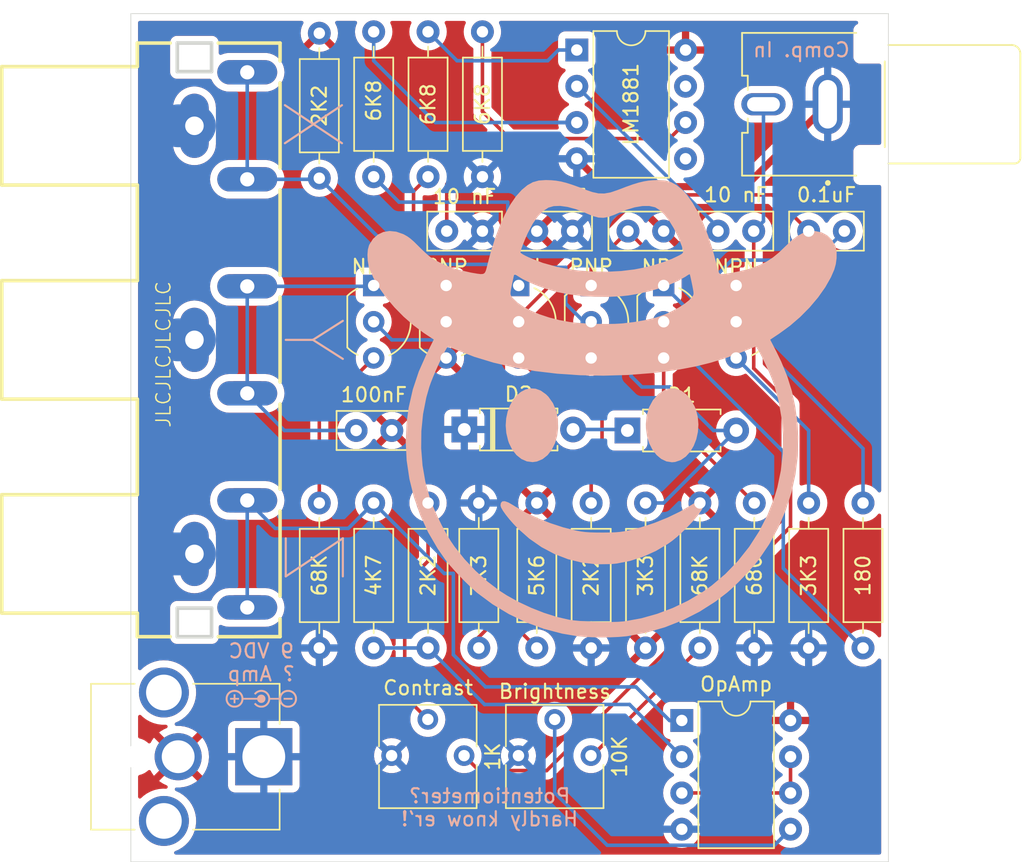
<source format=kicad_pcb>
(kicad_pcb (version 20210228) (generator pcbnew)
  (layers (0 "F.Cu" signal) (31 "B.Cu" signal) (34 "B.Paste" user) (35 "F.Paste" user) (36 "B.SilkS" user "B.Silkscreen") (37 "F.SilkS" user "F.Silkscreen") (38 "B.Mask" user) (39 "F.Mask" user) (44 "Edge.Cuts" user))
  (net 0 "")
  (net 1 "Net-(C1-Pad2)")
  (net 2 "GND")
  (net 3 "Net-(C2-Pad2)")
  (net 4 "Net-(C2-Pad1)")
  (net 5 "VCC")
  (net 6 "Net-(C4-Pad2)")
  (net 7 "Net-(C5-Pad2)")
  (net 8 "Net-(C6-Pad2)")
  (net 9 "Net-(C6-Pad1)")
  (net 10 "Net-(Contrast1-Pad2)")
  (net 11 "Net-(D1-Pad2)")
  (net 12 "Net-(D1-Pad1)")
  (net 13 "Net-(Q1-Pad2)")
  (net 14 "Net-(Q2-Pad3)")
  (net 15 "Net-(Q3-Pad2)")
  (net 16 "Net-(Q4-Pad3)")
  (net 17 "Net-(Q5-Pad2)")
  (net 18 "Net-(Q6-Pad3)")
  (net 19 "Net-(R1-Pad2)")
  (net 20 "Net-(R3-Pad1)")
  (net 21 "Net-(R5-Pad2)")
  (net 22 "Net-(R6-Pad2)")
  (net 23 "Net-(BRIGHT1-Pad2)")
  (net 24 "Net-(U1-Pad3)")
  (net 25 "Net-(J3-Pad2)")
  (net 26 "Net-(J3-Pad8)")
  (footprint "Capacitor_THT:C_Disc_D5.0mm_W2.5mm_P2.50mm" (layer "F.Cu") (at 143.51 33.02 180)
    (fp_text reference "C1")
    (fp_text value "10 nF" (at 1.25 2.413) (layer "F.SilkS"))
    (pad "1" thru_hole circle (at 0 0 180) (size 1.6 1.6) (drill 0.8) (layers *.Cu *.Mask) (net 2 "GND"))
    (pad "2" thru_hole circle (at 2.5 0 180) (size 1.6 1.6) (drill 0.8) (layers *.Cu *.Mask) (net 1 "Net-(C1-Pad2)"))
  )
  (footprint "Capacitor_THT:C_Disc_D5.0mm_W2.5mm_P2.50mm" (layer "F.Cu") (at 160.02 33.02)
    (fp_text reference "C2")
    (fp_text value "10 nF" (at 1.25 -2.54) (layer "F.SilkS"))
    (pad "1" thru_hole circle (at 0 0) (size 1.6 1.6) (drill 0.8) (layers *.Cu *.Mask) (net 4 "Net-(C2-Pad1)"))
    (pad "2" thru_hole circle (at 2.5 0) (size 1.6 1.6) (drill 0.8) (layers *.Cu *.Mask) (net 3 "Net-(C2-Pad2)"))
  )
  (footprint "Capacitor_THT:C_Disc_D5.0mm_W2.5mm_P2.50mm" (layer "F.Cu") (at 147.32 33.02)
    (fp_text reference "C3")
    (fp_text value "10 uF" (at 1.25 -2.413) (layer "F.SilkS"))
    (pad "1" thru_hole circle (at 0 0) (size 1.6 1.6) (drill 0.8) (layers *.Cu *.Mask) (net 5 "VCC"))
    (pad "2" thru_hole circle (at 2.5 0) (size 1.6 1.6) (drill 0.8) (layers *.Cu *.Mask) (net 2 "GND"))
  )
  (footprint "Capacitor_THT:C_Disc_D5.0mm_W2.5mm_P2.50mm" (layer "F.Cu") (at 137.16 46.99 180)
    (fp_text reference "C4")
    (fp_text value "100nF" (at 1.25 2.5) (layer "F.SilkS"))
    (pad "1" thru_hole circle (at 0 0 180) (size 1.6 1.6) (drill 0.8) (layers *.Cu *.Mask) (net 5 "VCC"))
    (pad "2" thru_hole circle (at 2.5 0 180) (size 1.6 1.6) (drill 0.8) (layers *.Cu *.Mask) (net 6 "Net-(C4-Pad2)"))
  )
  (footprint "Capacitor_THT:C_Disc_D5.0mm_W2.5mm_P2.50mm" (layer "F.Cu") (at 156.21 33.02 180)
    (fp_text reference "C5")
    (fp_text value "22nF" (at 1.25 2.413) (layer "F.SilkS"))
    (pad "1" thru_hole circle (at 0 0 180) (size 1.6 1.6) (drill 0.8) (layers *.Cu *.Mask) (net 5 "VCC"))
    (pad "2" thru_hole circle (at 2.5 0 180) (size 1.6 1.6) (drill 0.8) (layers *.Cu *.Mask) (net 7 "Net-(C5-Pad2)"))
  )
  (footprint "Capacitor_THT:C_Disc_D5.0mm_W2.5mm_P2.50mm" (layer "F.Cu") (at 166.37 33.02)
    (fp_text reference "C6")
    (fp_text value "0.1uF" (at 1.25 -2.54) (layer "F.SilkS"))
    (pad "1" thru_hole circle (at 0 0) (size 1.6 1.6) (drill 0.8) (layers *.Cu *.Mask) (net 9 "Net-(C6-Pad1)"))
    (pad "2" thru_hole circle (at 2.5 0) (size 1.6 1.6) (drill 0.8) (layers *.Cu *.Mask) (net 8 "Net-(C6-Pad2)"))
  )
  (footprint "Potentiometer_THT:Potentiometer_Vishay_T73YP_Vertical" (layer "F.Cu") (at 142.225 69.775 90)
    (fp_text reference "Contrast" (at 4.751 -2.525 180) (layer "F.SilkS"))
    (fp_text value "1K" (at -0.06 2.01 90) (layer "F.SilkS"))
    (pad "1" thru_hole circle (at 0 0 90) (size 1.44 1.44) (drill 0.8) (layers *.Cu *.Mask) (net 3 "Net-(C2-Pad2)"))
    (pad "2" thru_hole circle (at 2.54 -2.54 90) (size 1.44 1.44) (drill 0.8) (layers *.Cu *.Mask) (net 10 "Net-(Contrast1-Pad2)"))
    (pad "3" thru_hole circle (at 0 -5.08 90) (size 1.44 1.44) (drill 0.8) (layers *.Cu *.Mask) (net 2 "GND"))
  )
  (footprint "Diode_THT:D_A-405_P7.62mm_Horizontal" (layer "F.Cu") (at 153.67 46.99)
    (fp_text reference "D1" (at 3.81 -2.47) (layer "F.SilkS"))
    (fp_text value "D")
    (pad "1" thru_hole rect (at 0 0) (size 1.8 1.8) (drill 0.9) (layers *.Cu *.Mask) (net 12 "Net-(D1-Pad1)"))
    (pad "2" thru_hole oval (at 7.62 0) (size 1.8 1.8) (drill 0.9) (layers *.Cu *.Mask) (net 11 "Net-(D1-Pad2)"))
  )
  (footprint "Diode_THT:D_A-405_P7.62mm_Horizontal" (layer "F.Cu") (at 142.24 46.92)
    (fp_text reference "D2" (at 3.81 -2.47) (layer "F.SilkS"))
    (fp_text value "D")
    (pad "1" thru_hole rect (at 0 0) (size 1.8 1.8) (drill 0.9) (layers *.Cu *.Mask) (net 2 "GND"))
    (pad "2" thru_hole oval (at 7.62 0) (size 1.8 1.8) (drill 0.9) (layers *.Cu *.Mask) (net 12 "Net-(D1-Pad1)"))
  )
  (footprint "Package_TO_SOT_THT:TO-92_Inline_Wide" (layer "F.Cu") (at 140.97 36.83 -90)
    (fp_text reference "Q1")
    (fp_text value "PNP" (at -1.3208 0 180) (layer "F.SilkS"))
    (pad "1" thru_hole rect (at 0 0 270) (size 1.5 1.5) (drill 0.8) (layers *.Cu *.Mask) (net 6 "Net-(C4-Pad2)"))
    (pad "2" thru_hole circle (at 2.54 0 270) (size 1.5 1.5) (drill 0.8) (layers *.Cu *.Mask) (net 13 "Net-(Q1-Pad2)"))
    (pad "3" thru_hole circle (at 5.08 0 270) (size 1.5 1.5) (drill 0.8) (layers *.Cu *.Mask) (net 5 "VCC"))
  )
  (footprint "Package_TO_SOT_THT:TO-92_Inline_Wide" (layer "F.Cu") (at 135.89 36.83 -90)
    (fp_text reference "Q2")
    (fp_text value "NPN" (at -1.3208 0 180) (layer "F.SilkS"))
    (pad "1" thru_hole rect (at 0 0 270) (size 1.5 1.5) (drill 0.8) (layers *.Cu *.Mask) (net 6 "Net-(C4-Pad2)"))
    (pad "2" thru_hole circle (at 2.54 0 270) (size 1.5 1.5) (drill 0.8) (layers *.Cu *.Mask) (net 11 "Net-(D1-Pad2)"))
    (pad "3" thru_hole circle (at 5.08 0 270) (size 1.5 1.5) (drill 0.8) (layers *.Cu *.Mask) (net 14 "Net-(Q2-Pad3)"))
  )
  (footprint "Package_TO_SOT_THT:TO-92_Inline_Wide" (layer "F.Cu") (at 151.13 36.83 -90)
    (fp_text reference "Q3")
    (fp_text value "PNP" (at -1.3208 0 180) (layer "F.SilkS"))
    (pad "1" thru_hole rect (at 0 0 270) (size 1.5 1.5) (drill 0.8) (layers *.Cu *.Mask) (net 7 "Net-(C5-Pad2)"))
    (pad "2" thru_hole circle (at 2.54 0 270) (size 1.5 1.5) (drill 0.8) (layers *.Cu *.Mask) (net 15 "Net-(Q3-Pad2)"))
    (pad "3" thru_hole circle (at 5.08 0 270) (size 1.5 1.5) (drill 0.8) (layers *.Cu *.Mask) (net 5 "VCC"))
  )
  (footprint "Package_TO_SOT_THT:TO-92_Inline_Wide" (layer "F.Cu") (at 156.21 36.83 -90)
    (fp_text reference "Q4")
    (fp_text value "NPN" (at -1.2954 0 180) (layer "F.SilkS"))
    (pad "1" thru_hole rect (at 0 0 270) (size 1.5 1.5) (drill 0.8) (layers *.Cu *.Mask) (net 7 "Net-(C5-Pad2)"))
    (pad "2" thru_hole circle (at 2.54 0 270) (size 1.5 1.5) (drill 0.8) (layers *.Cu *.Mask) (net 11 "Net-(D1-Pad2)"))
    (pad "3" thru_hole circle (at 5.08 0 270) (size 1.5 1.5) (drill 0.8) (layers *.Cu *.Mask) (net 16 "Net-(Q4-Pad3)"))
  )
  (footprint "Package_TO_SOT_THT:TO-92_Inline_Wide" (layer "F.Cu") (at 161.29 36.83 -90)
    (fp_text reference "Q5")
    (fp_text value "NPN" (at -1.2954 0 180) (layer "F.SilkS"))
    (pad "1" thru_hole rect (at 0 0 270) (size 1.5 1.5) (drill 0.8) (layers *.Cu *.Mask) (net 5 "VCC"))
    (pad "2" thru_hole circle (at 2.54 0 270) (size 1.5 1.5) (drill 0.8) (layers *.Cu *.Mask) (net 17 "Net-(Q5-Pad2)"))
    (pad "3" thru_hole circle (at 5.08 0 270) (size 1.5 1.5) (drill 0.8) (layers *.Cu *.Mask) (net 8 "Net-(C6-Pad2)"))
  )
  (footprint "Package_TO_SOT_THT:TO-92_Inline_Wide" (layer "F.Cu") (at 146.05 36.83 -90)
    (fp_text reference "Q6")
    (fp_text value "NPN" (at -1.3208 0 180) (layer "F.SilkS"))
    (pad "1" thru_hole rect (at 0 0 270) (size 1.5 1.5) (drill 0.8) (layers *.Cu *.Mask) (net 26 "Net-(J3-Pad8)"))
    (pad "2" thru_hole circle (at 2.54 0 270) (size 1.5 1.5) (drill 0.8) (layers *.Cu *.Mask) (net 9 "Net-(C6-Pad1)"))
    (pad "3" thru_hole circle (at 5.08 0 270) (size 1.5 1.5) (drill 0.8) (layers *.Cu *.Mask) (net 18 "Net-(Q6-Pad3)"))
  )
  (footprint "Resistor_THT:R_Axial_DIN0207_L6.3mm_D2.5mm_P10.16mm_Horizontal" (layer "F.Cu") (at 158.75 52.07 -90)
    (fp_text reference "R1")
    (fp_text value "68K" (at 5.08 0 90) (layer "F.SilkS"))
    (pad "1" thru_hole circle (at 0 0 270) (size 1.6 1.6) (drill 0.8) (layers *.Cu *.Mask) (net 5 "VCC"))
    (pad "2" thru_hole oval (at 10.16 0 270) (size 1.6 1.6) (drill 0.8) (layers *.Cu *.Mask) (net 19 "Net-(R1-Pad2)"))
  )
  (footprint "Resistor_THT:R_Axial_DIN0207_L6.3mm_D2.5mm_P10.16mm_Horizontal" (layer "F.Cu") (at 143.51 29.21 90)
    (fp_text reference "R2")
    (fp_text value "6K8" (at 5.08 0 90) (layer "F.SilkS"))
    (pad "1" thru_hole circle (at 0 0 90) (size 1.6 1.6) (drill 0.8) (layers *.Cu *.Mask) (net 2 "GND"))
    (pad "2" thru_hole oval (at 10.16 0 90) (size 1.6 1.6) (drill 0.8) (layers *.Cu *.Mask) (net 1 "Net-(C1-Pad2)"))
  )
  (footprint "Resistor_THT:R_Axial_DIN0207_L6.3mm_D2.5mm_P10.16mm_Horizontal" (layer "F.Cu") (at 139.7 62.23 90)
    (fp_text reference "R3")
    (fp_text value "2K2" (at 5.08 0 90) (layer "F.SilkS"))
    (pad "1" thru_hole circle (at 0 0 90) (size 1.6 1.6) (drill 0.8) (layers *.Cu *.Mask) (net 20 "Net-(R3-Pad1)"))
    (pad "2" thru_hole oval (at 10.16 0 90) (size 1.6 1.6) (drill 0.8) (layers *.Cu *.Mask) (net 10 "Net-(Contrast1-Pad2)"))
  )
  (footprint "Resistor_THT:R_Axial_DIN0207_L6.3mm_D2.5mm_P10.16mm_Horizontal" (layer "F.Cu") (at 135.89 52.07 -90)
    (fp_text reference "R4")
    (fp_text value "4K7" (at 5.08 0 90) (layer "F.SilkS"))
    (pad "1" thru_hole circle (at 0 0 270) (size 1.6 1.6) (drill 0.8) (layers *.Cu *.Mask) (net 25 "Net-(J3-Pad2)"))
    (pad "2" thru_hole oval (at 10.16 0 270) (size 1.6 1.6) (drill 0.8) (layers *.Cu *.Mask) (net 20 "Net-(R3-Pad1)"))
  )
  (footprint "Resistor_THT:R_Axial_DIN0207_L6.3mm_D2.5mm_P10.16mm_Horizontal" (layer "F.Cu") (at 139.7 29.21 90)
    (fp_text reference "R5")
    (fp_text value "6K8" (at 5.08 0 90) (layer "F.SilkS"))
    (pad "1" thru_hole circle (at 0 0 90) (size 1.6 1.6) (drill 0.8) (layers *.Cu *.Mask) (net 13 "Net-(Q1-Pad2)"))
    (pad "2" thru_hole oval (at 10.16 0 90) (size 1.6 1.6) (drill 0.8) (layers *.Cu *.Mask) (net 21 "Net-(R5-Pad2)"))
  )
  (footprint "Resistor_THT:R_Axial_DIN0207_L6.3mm_D2.5mm_P10.16mm_Horizontal" (layer "F.Cu") (at 135.89 29.21 90)
    (fp_text reference "R6")
    (fp_text value "6K8" (at 5.334 0 90) (layer "F.SilkS"))
    (pad "1" thru_hole circle (at 0 0 90) (size 1.6 1.6) (drill 0.8) (layers *.Cu *.Mask) (net 15 "Net-(Q3-Pad2)"))
    (pad "2" thru_hole oval (at 10.16 0 90) (size 1.6 1.6) (drill 0.8) (layers *.Cu *.Mask) (net 22 "Net-(R6-Pad2)"))
  )
  (footprint "Resistor_THT:R_Axial_DIN0207_L6.3mm_D2.5mm_P10.16mm_Horizontal" (layer "F.Cu") (at 154.94 62.23 90)
    (fp_text reference "R7")
    (fp_text value "3K3" (at 5.08 0 90) (layer "F.SilkS"))
    (pad "1" thru_hole circle (at 0 0 90) (size 1.6 1.6) (drill 0.8) (layers *.Cu *.Mask) (net 5 "VCC"))
    (pad "2" thru_hole oval (at 10.16 0 90) (size 1.6 1.6) (drill 0.8) (layers *.Cu *.Mask) (net 11 "Net-(D1-Pad2)"))
  )
  (footprint "Resistor_THT:R_Axial_DIN0207_L6.3mm_D2.5mm_P10.16mm_Horizontal" (layer "F.Cu") (at 162.56 52.07 -90)
    (fp_text reference "R9")
    (fp_text value "680" (at 5.08 0 90) (layer "F.SilkS"))
    (pad "1" thru_hole circle (at 0 0 270) (size 1.6 1.6) (drill 0.8) (layers *.Cu *.Mask) (net 16 "Net-(Q4-Pad3)"))
    (pad "2" thru_hole oval (at 10.16 0 270) (size 1.6 1.6) (drill 0.8) (layers *.Cu *.Mask) (net 2 "GND"))
  )
  (footprint "Resistor_THT:R_Axial_DIN0207_L6.3mm_D2.5mm_P10.16mm_Horizontal" (layer "F.Cu") (at 170.18 52.07 -90)
    (fp_text reference "R10")
    (fp_text value "180" (at 5.08 0 90) (layer "F.SilkS"))
    (pad "1" thru_hole circle (at 0 0 270) (size 1.6 1.6) (drill 0.8) (layers *.Cu *.Mask) (net 17 "Net-(Q5-Pad2)"))
    (pad "2" thru_hole oval (at 10.16 0 270) (size 1.6 1.6) (drill 0.8) (layers *.Cu *.Mask) (net 7 "Net-(C5-Pad2)"))
  )
  (footprint "Resistor_THT:R_Axial_DIN0207_L6.3mm_D2.5mm_P10.16mm_Horizontal" (layer "F.Cu") (at 166.37 52.07 -90)
    (fp_text reference "R11")
    (fp_text value "3K3" (at 5.08 0 90) (layer "F.SilkS"))
    (pad "1" thru_hole circle (at 0 0 270) (size 1.6 1.6) (drill 0.8) (layers *.Cu *.Mask) (net 8 "Net-(C6-Pad2)"))
    (pad "2" thru_hole oval (at 10.16 0 270) (size 1.6 1.6) (drill 0.8) (layers *.Cu *.Mask) (net 2 "GND"))
  )
  (footprint "Resistor_THT:R_Axial_DIN0207_L6.3mm_D2.5mm_P10.16mm_Horizontal" (layer "F.Cu") (at 147.32 52.07 -90)
    (fp_text reference "R12")
    (fp_text value "5K6" (at 5.08 0 90) (layer "F.SilkS"))
    (pad "1" thru_hole circle (at 0 0 270) (size 1.6 1.6) (drill 0.8) (layers *.Cu *.Mask) (net 5 "VCC"))
    (pad "2" thru_hole oval (at 10.16 0 270) (size 1.6 1.6) (drill 0.8) (layers *.Cu *.Mask) (net 9 "Net-(C6-Pad1)"))
  )
  (footprint "Resistor_THT:R_Axial_DIN0207_L6.3mm_D2.5mm_P10.16mm_Horizontal" (layer "F.Cu") (at 143.256 62.23 90)
    (fp_text reference "R13")
    (fp_text value "3K3" (at 5.08 0 90) (layer "F.SilkS"))
    (pad "1" thru_hole circle (at 0 0 90) (size 1.6 1.6) (drill 0.8) (layers *.Cu *.Mask) (net 9 "Net-(C6-Pad1)"))
    (pad "2" thru_hole oval (at 10.16 0 90) (size 1.6 1.6) (drill 0.8) (layers *.Cu *.Mask) (net 2 "GND"))
  )
  (footprint "Resistor_THT:R_Axial_DIN0207_L6.3mm_D2.5mm_P10.16mm_Horizontal" (layer "F.Cu") (at 132.08 19.152061 -90)
    (fp_text reference "R14")
    (fp_text value "2K2" (at 5.08 0 90) (layer "F.SilkS"))
    (pad "1" thru_hole circle (at 0 0 270) (size 1.6 1.6) (drill 0.8) (layers *.Cu *.Mask) (net 5 "VCC"))
    (pad "2" thru_hole oval (at 10.16 0 270) (size 1.6 1.6) (drill 0.8) (layers *.Cu *.Mask) (net 26 "Net-(J3-Pad8)"))
  )
  (footprint "Resistor_THT:R_Axial_DIN0207_L6.3mm_D2.5mm_P10.16mm_Horizontal" (layer "F.Cu") (at 151.13 52.07 -90)
    (fp_text reference "R15")
    (fp_text value "2K2" (at 5.08 0 90) (layer "F.SilkS"))
    (pad "1" thru_hole circle (at 0 0 270) (size 1.6 1.6) (drill 0.8) (layers *.Cu *.Mask) (net 18 "Net-(Q6-Pad3)"))
    (pad "2" thru_hole oval (at 10.16 0 270) (size 1.6 1.6) (drill 0.8) (layers *.Cu *.Mask) (net 2 "GND"))
  )
  (footprint "Potentiometer_THT:Potentiometer_Vishay_T73YP_Vertical" (layer "F.Cu") (at 151.115 69.775 90)
    (fp_text reference "Brightness" (at 4.497 -2.525 180) (layer "F.SilkS"))
    (fp_text value "10K" (at -0.06 2.01 90) (layer "F.SilkS"))
    (pad "1" thru_hole circle (at 0 0 90) (size 1.44 1.44) (drill 0.8) (layers *.Cu *.Mask) (net 19 "Net-(R1-Pad2)"))
    (pad "2" thru_hole circle (at 2.54 -2.54 90) (size 1.44 1.44) (drill 0.8) (layers *.Cu *.Mask) (net 23 "Net-(BRIGHT1-Pad2)"))
    (pad "3" thru_hole circle (at 0 -5.08 90) (size 1.44 1.44) (drill 0.8) (layers *.Cu *.Mask) (net 2 "GND"))
  )
  (footprint "Package_DIP:DIP-8_W7.62mm" (layer "F.Cu") (at 157.48 67.31)
    (fp_text reference "U1")
    (fp_text value "OpAmp" (at 3.81 -2.54) (layer "F.SilkS"))
    (pad "1" thru_hole rect (at 0 0) (size 1.6 1.6) (drill 0.8) (layers *.Cu *.Mask) (net 25 "Net-(J3-Pad2)"))
    (pad "2" thru_hole oval (at 0 2.54) (size 1.6 1.6) (drill 0.8) (layers *.Cu *.Mask) (net 20 "Net-(R3-Pad1)"))
    (pad "3" thru_hole oval (at 0 5.08) (size 1.6 1.6) (drill 0.8) (layers *.Cu *.Mask) (net 24 "Net-(U1-Pad3)"))
    (pad "4" thru_hole oval (at 0 7.62) (size 1.6 1.6) (drill 0.8) (layers *.Cu *.Mask) (net 2 "GND"))
    (pad "5" thru_hole oval (at 7.62 7.62) (size 1.6 1.6) (drill 0.8) (layers *.Cu *.Mask) (net 23 "Net-(BRIGHT1-Pad2)"))
    (pad "6" thru_hole oval (at 7.62 5.08) (size 1.6 1.6) (drill 0.8) (layers *.Cu *.Mask) (net 24 "Net-(U1-Pad3)"))
    (pad "7" thru_hole oval (at 7.62 2.54) (size 1.6 1.6) (drill 0.8) (layers *.Cu *.Mask) (net 24 "Net-(U1-Pad3)"))
    (pad "8" thru_hole oval (at 7.62 0) (size 1.6 1.6) (drill 0.8) (layers *.Cu *.Mask) (net 5 "VCC"))
  )
  (footprint "Package_DIP:DIP-8_W7.62mm" (layer "F.Cu") (at 150.124 20.33)
    (fp_text reference "U2")
    (fp_text value "LM1881" (at 3.8 3.8 90) (layer "F.SilkS"))
    (pad "1" thru_hole rect (at 0 0) (size 1.6 1.6) (drill 0.8) (layers *.Cu *.Mask) (net 21 "Net-(R5-Pad2)"))
    (pad "2" thru_hole oval (at 0 2.54) (size 1.6 1.6) (drill 0.8) (layers *.Cu *.Mask) (net 4 "Net-(C2-Pad1)"))
    (pad "3" thru_hole oval (at 0 5.08) (size 1.6 1.6) (drill 0.8) (layers *.Cu *.Mask) (net 22 "Net-(R6-Pad2)"))
    (pad "4" thru_hole oval (at 0 7.62) (size 1.6 1.6) (drill 0.8) (layers *.Cu *.Mask) (net 2 "GND"))
    (pad "5" thru_hole oval (at 7.62 7.62) (size 1.6 1.6) (drill 0.8) (layers *.Cu *.Mask))
    (pad "6" thru_hole oval (at 7.62 5.08) (size 1.6 1.6) (drill 0.8) (layers *.Cu *.Mask) (net 1 "Net-(C1-Pad2)"))
    (pad "7" thru_hole oval (at 7.62 2.54) (size 1.6 1.6) (drill 0.8) (layers *.Cu *.Mask))
    (pad "8" thru_hole oval (at 7.62 0) (size 1.6 1.6) (drill 0.8) (layers *.Cu *.Mask) (net 5 "VCC"))
  )
  (footprint "Connector_BarrelJack:BarrelJack_CUI_PJ-063AH_Horizontal_CircularHoles" (layer "F.Cu") (at 128.19 69.85 -90)
    (fp_text reference "J1")
    (fp_text value "Barrel_Jack")
    (pad "" np_thru_hole circle (at 0 9 270) (size 1.6 1.6) (drill 1.6) (layers *.Cu *.Mask))
    (pad "1" thru_hole rect (at 0 0 270) (size 4 4) (drill 3) (layers *.Cu *.Mask) (net 2 "GND"))
    (pad "2" thru_hole circle (at 0 6 270) (size 3.3 3.3) (drill 2.3) (layers *.Cu *.Mask) (net 5 "VCC"))
    (pad "MP" thru_hole circle (at -4.5 7 270) (size 3.5 3.5) (drill 2.5) (layers *.Cu *.Mask))
    (pad "MP" thru_hole circle (at 4.5 7 270) (size 3.5 3.5) (drill 2.5) (layers *.Cu *.Mask))
  )
  (footprint "RCJ-041:CUI_RCJ-041" (layer "F.Cu") (at 171.704 24.13)
    (fp_text reference "J2")
    (fp_text value "RCJ-041")
    (fp_line (start -1.7 -3.35) (end 0 -3.35) (layer "Edge.Cuts") (width 0.001))
    (fp_line (start 0 5.15) (end 0 3.35) (layer "Edge.Cuts") (width 0.001))
    (fp_line (start 0 -3.35) (end 0 -5.15) (layer "Edge.Cuts") (width 0.001))
    (fp_line (start -1.7 5.15) (end 0 5.15) (layer "Edge.Cuts") (width 0.001))
    (fp_line (start 0 3.35) (end -1.7 3.35) (layer "Edge.Cuts") (width 0.001))
    (fp_line (start -1.7 3.35) (end -1.7 5.15) (layer "Edge.Cuts") (width 0.001))
    (fp_line (start -1.7 -5.15) (end -1.7 -3.35) (layer "Edge.Cuts") (width 0.001))
    (fp_line (start 0 -5.15) (end -1.7 -5.15) (layer "Edge.Cuts") (width 0.001))
    (pad "1" thru_hole oval (at -4 0) (size 2.1 4.2) (drill oval 1.3 3.4) (layers *.Cu *.Mask) (net 2 "GND"))
    (pad "2" thru_hole oval (at -8.5 0) (size 3.1 1.55) (drill oval 2.3 1) (layers *.Cu *.Mask) (net 3 "Net-(C2-Pad2)"))
  )
  (footprint "PJRAN3X1U03X:PJRAN3X1U01X" (layer "F.Cu") (at 125.73 40.64)
    (fp_text reference "J3")
    (fp_text value "PJRAN3X1U03X")
    (fp_poly (pts (xy 0.05 2.901) (xy -0.083 2.911) (xy -0.212 2.943) (xy -0.335 2.994) (xy -0.449 3.063) (xy -0.55 3.15) (xy -0.637 3.251) (xy -0.706 3.365) (xy -0.757 3.488) (xy -0.789 3.617) (xy -0.799 3.75) (xy -0.789 3.883) (xy -0.757 4.012) (xy -0.706 4.135) (xy -0.637 4.249) (xy -0.55 4.35) (xy -0.449 4.437) (xy -0.335 4.506) (xy -0.212 4.557) (xy -0.083 4.589) (xy 0.05 4.599) (xy 2.55 4.599) (xy 2.683 4.589) (xy 2.812 4.557) (xy 2.935 4.506) (xy 3.049 4.437) (xy 3.15 4.35) (xy 3.237 4.249) (xy 3.306 4.135) (xy 3.357 4.012) (xy 3.389 3.883) (xy 3.399 3.75) (xy 3.389 3.617) (xy 3.357 3.488) (xy 3.306 3.365) (xy 3.237 3.251) (xy 3.15 3.15) (xy 3.049 3.063) (xy 2.935 2.994) (xy 2.812 2.943) (xy 2.683 2.911) (xy 2.55 2.901)) (layer "F.Cu") (width 0.002) (fill solid))
    (fp_poly (pts (xy 0.05 -12.099) (xy -0.083 -12.089) (xy -0.212 -12.057) (xy -0.335 -12.006) (xy -0.449 -11.937) (xy -0.55 -11.85) (xy -0.637 -11.749) (xy -0.706 -11.635) (xy -0.757 -11.512) (xy -0.789 -11.383) (xy -0.799 -11.25) (xy -0.789 -11.117) (xy -0.757 -10.988) (xy -0.706 -10.865) (xy -0.637 -10.751) (xy -0.55 -10.65) (xy -0.449 -10.563) (xy -0.335 -10.494) (xy -0.212 -10.443) (xy -0.083 -10.411) (xy 0.05 -10.401) (xy 2.55 -10.401) (xy 2.683 -10.411) (xy 2.812 -10.443) (xy 2.935 -10.494) (xy 3.049 -10.563) (xy 3.15 -10.65) (xy 3.237 -10.751) (xy 3.306 -10.865) (xy 3.357 -10.988) (xy 3.389 -11.117) (xy 3.399 -11.25) (xy 3.389 -11.383) (xy 3.357 -11.512) (xy 3.306 -11.635) (xy 3.237 -11.749) (xy 3.15 -11.85) (xy 3.049 -11.937) (xy 2.935 -12.006) (xy 2.812 -12.057) (xy 2.683 -12.089) (xy 2.55 -12.099)) (layer "F.Cu") (width 0.002) (fill solid))
    (fp_poly (pts (xy -1.401 -1.25) (xy -1.413 -1.406) (xy -1.45 -1.559) (xy -1.51 -1.704) (xy -1.592 -1.837) (xy -1.694 -1.956) (xy -1.813 -2.058) (xy -1.946 -2.14) (xy -2.091 -2.2) (xy -2.244 -2.237) (xy -2.4 -2.249) (xy -2.556 -2.237) (xy -2.709 -2.2) (xy -2.854 -2.14) (xy -2.987 -2.058) (xy -3.106 -1.956) (xy -3.208 -1.837) (xy -3.29 -1.704) (xy -3.35 -1.559) (xy -3.387 -1.406) (xy -3.399 -1.25) (xy -3.399 1.25) (xy -3.387 1.406) (xy -3.35 1.559) (xy -3.29 1.704) (xy -3.208 1.837) (xy -3.106 1.956) (xy -2.987 2.058) (xy -2.854 2.14) (xy -2.709 2.2) (xy -2.556 2.237) (xy -2.4 2.249) (xy -2.244 2.237) (xy -2.091 2.2) (xy -1.946 2.14) (xy -1.813 2.058) (xy -1.694 1.956) (xy -1.592 1.837) (xy -1.51 1.704) (xy -1.45 1.559) (xy -1.413 1.406) (xy -1.401 1.25)) (layer "F.Cu") (width 0.002) (fill solid))
    (fp_poly (pts (xy 0.05 10.401) (xy -0.083 10.411) (xy -0.212 10.443) (xy -0.335 10.494) (xy -0.449 10.563) (xy -0.55 10.65) (xy -0.637 10.751) (xy -0.706 10.865) (xy -0.757 10.988) (xy -0.789 11.117) (xy -0.799 11.25) (xy -0.789 11.383) (xy -0.757 11.512) (xy -0.706 11.635) (xy -0.637 11.749) (xy -0.55 11.85) (xy -0.449 11.937) (xy -0.335 12.006) (xy -0.212 12.057) (xy -0.083 12.089) (xy 0.05 12.099) (xy 2.55 12.099) (xy 2.683 12.089) (xy 2.812 12.057) (xy 2.935 12.006) (xy 3.049 11.937) (xy 3.15 11.85) (xy 3.237 11.749) (xy 3.306 11.635) (xy 3.357 11.512) (xy 3.389 11.383) (xy 3.399 11.25) (xy 3.389 11.117) (xy 3.357 10.988) (xy 3.306 10.865) (xy 3.237 10.751) (xy 3.15 10.65) (xy 3.049 10.563) (xy 2.935 10.494) (xy 2.812 10.443) (xy 2.683 10.411) (xy 2.55 10.401)) (layer "F.Cu") (width 0.002) (fill solid))
    (fp_poly (pts (xy 0.05 -4.599) (xy -0.083 -4.589) (xy -0.212 -4.557) (xy -0.335 -4.506) (xy -0.449 -4.437) (xy -0.55 -4.35) (xy -0.637 -4.249) (xy -0.706 -4.135) (xy -0.757 -4.012) (xy -0.789 -3.883) (xy -0.799 -3.75) (xy -0.789 -3.617) (xy -0.757 -3.488) (xy -0.706 -3.365) (xy -0.637 -3.251) (xy -0.55 -3.15) (xy -0.449 -3.063) (xy -0.335 -2.994) (xy -0.212 -2.943) (xy -0.083 -2.911) (xy 0.05 -2.901) (xy 2.55 -2.901) (xy 2.683 -2.911) (xy 2.812 -2.943) (xy 2.935 -2.994) (xy 3.049 -3.063) (xy 3.15 -3.15) (xy 3.237 -3.251) (xy 3.306 -3.365) (xy 3.357 -3.488) (xy 3.389 -3.617) (xy 3.399 -3.75) (xy 3.389 -3.883) (xy 3.357 -4.012) (xy 3.306 -4.135) (xy 3.237 -4.249) (xy 3.15 -4.35) (xy 3.049 -4.437) (xy 2.935 -4.506) (xy 2.812 -4.557) (xy 2.683 -4.589) (xy 2.55 -4.599)) (layer "F.Cu") (width 0.002) (fill solid))
    (fp_poly (pts (xy -1.401 -16.25) (xy -1.413 -16.406) (xy -1.45 -16.559) (xy -1.51 -16.704) (xy -1.592 -16.837) (xy -1.694 -16.956) (xy -1.813 -17.058) (xy -1.946 -17.14) (xy -2.091 -17.2) (xy -2.244 -17.237) (xy -2.4 -17.249) (xy -2.556 -17.237) (xy -2.709 -17.2) (xy -2.854 -17.14) (xy -2.987 -17.058) (xy -3.106 -16.956) (xy -3.208 -16.837) (xy -3.29 -16.704) (xy -3.35 -16.559) (xy -3.387 -16.406) (xy -3.399 -16.25) (xy -3.399 -13.75) (xy -3.387 -13.594) (xy -3.35 -13.441) (xy -3.29 -13.296) (xy -3.208 -13.163) (xy -3.106 -13.044) (xy -2.987 -12.942) (xy -2.854 -12.86) (xy -2.709 -12.8) (xy -2.556 -12.763) (xy -2.4 -12.751) (xy -2.244 -12.763) (xy -2.091 -12.8) (xy -1.946 -12.86) (xy -1.813 -12.942) (xy -1.694 -13.044) (xy -1.592 -13.163) (xy -1.51 -13.296) (xy -1.45 -13.441) (xy -1.413 -13.594) (xy -1.401 -13.75)) (layer "F.Cu") (width 0.002) (fill solid))
    (fp_poly (pts (xy -1.401 13.75) (xy -1.413 13.594) (xy -1.45 13.441) (xy -1.51 13.296) (xy -1.592 13.163) (xy -1.694 13.044) (xy -1.813 12.942) (xy -1.946 12.86) (xy -2.091 12.8) (xy -2.244 12.763) (xy -2.4 12.751) (xy -2.556 12.763) (xy -2.709 12.8) (xy -2.854 12.86) (xy -2.987 12.942) (xy -3.106 13.044) (xy -3.208 13.163) (xy -3.29 13.296) (xy -3.35 13.441) (xy -3.387 13.594) (xy -3.399 13.75) (xy -3.399 16.25) (xy -3.387 16.406) (xy -3.35 16.559) (xy -3.29 16.704) (xy -3.208 16.837) (xy -3.106 16.956) (xy -2.987 17.058) (xy -2.854 17.14) (xy -2.709 17.2) (xy -2.556 17.237) (xy -2.4 17.249) (xy -2.244 17.237) (xy -2.091 17.2) (xy -1.946 17.14) (xy -1.813 17.058) (xy -1.694 16.956) (xy -1.592 16.837) (xy -1.51 16.704) (xy -1.45 16.559) (xy -1.413 16.406) (xy -1.401 16.25)) (layer "F.Cu") (width 0.002) (fill solid))
    (fp_poly (pts (xy 0.05 -19.599) (xy -0.083 -19.589) (xy -0.212 -19.557) (xy -0.335 -19.506) (xy -0.449 -19.437) (xy -0.55 -19.35) (xy -0.637 -19.249) (xy -0.706 -19.135) (xy -0.757 -19.012) (xy -0.789 -18.883) (xy -0.799 -18.75) (xy -0.789 -18.617) (xy -0.757 -18.488) (xy -0.706 -18.365) (xy -0.637 -18.251) (xy -0.55 -18.15) (xy -0.449 -18.063) (xy -0.335 -17.994) (xy -0.212 -17.943) (xy -0.083 -17.911) (xy 0.05 -17.901) (xy 2.55 -17.901) (xy 2.683 -17.911) (xy 2.812 -17.943) (xy 2.935 -17.994) (xy 3.049 -18.063) (xy 3.15 -18.15) (xy 3.237 -18.251) (xy 3.306 -18.365) (xy 3.357 -18.488) (xy 3.389 -18.617) (xy 3.399 -18.75) (xy 3.389 -18.883) (xy 3.357 -19.012) (xy 3.306 -19.135) (xy 3.237 -19.249) (xy 3.15 -19.35) (xy 3.049 -19.437) (xy 2.935 -19.506) (xy 2.812 -19.557) (xy 2.683 -19.589) (xy 2.55 -19.599)) (layer "F.Cu") (width 0.002) (fill solid))
    (fp_poly (pts (xy 0.05 17.901) (xy -0.083 17.911) (xy -0.212 17.943) (xy -0.335 17.994) (xy -0.449 18.063) (xy -0.55 18.15) (xy -0.637 18.251) (xy -0.706 18.365) (xy -0.757 18.488) (xy -0.789 18.617) (xy -0.799 18.75) (xy -0.789 18.883) (xy -0.757 19.012) (xy -0.706 19.135) (xy -0.637 19.249) (xy -0.55 19.35) (xy -0.449 19.437) (xy -0.335 19.506) (xy -0.212 19.557) (xy -0.083 19.589) (xy 0.05 19.599) (xy 2.55 19.599) (xy 2.683 19.589) (xy 2.812 19.557) (xy 2.935 19.506) (xy 3.049 19.437) (xy 3.15 19.35) (xy 3.237 19.249) (xy 3.306 19.135) (xy 3.357 19.012) (xy 3.389 18.883) (xy 3.399 18.75) (xy 3.389 18.617) (xy 3.357 18.488) (xy 3.306 18.365) (xy 3.237 18.251) (xy 3.15 18.15) (xy 3.049 18.063) (xy 2.935 17.994) (xy 2.812 17.943) (xy 2.683 17.911) (xy 2.55 17.901)) (layer "F.Cu") (width 0.002) (fill solid))
    (fp_poly (pts (xy -1.401 -16.25) (xy -1.413 -16.406) (xy -1.45 -16.559) (xy -1.51 -16.704) (xy -1.592 -16.837) (xy -1.694 -16.956) (xy -1.813 -17.058) (xy -1.946 -17.14) (xy -2.091 -17.2) (xy -2.244 -17.237) (xy -2.4 -17.249) (xy -2.556 -17.237) (xy -2.709 -17.2) (xy -2.854 -17.14) (xy -2.987 -17.058) (xy -3.106 -16.956) (xy -3.208 -16.837) (xy -3.29 -16.704) (xy -3.35 -16.559) (xy -3.387 -16.406) (xy -3.399 -16.25) (xy -3.399 -13.75) (xy -3.387 -13.594) (xy -3.35 -13.441) (xy -3.29 -13.296) (xy -3.208 -13.163) (xy -3.106 -13.044) (xy -2.987 -12.942) (xy -2.854 -12.86) (xy -2.709 -12.8) (xy -2.556 -12.763) (xy -2.4 -12.751) (xy -2.244 -12.763) (xy -2.091 -12.8) (xy -1.946 -12.86) (xy -1.813 -12.942) (xy -1.694 -13.044) (xy -1.592 -13.163) (xy -1.51 -13.296) (xy -1.45 -13.441) (xy -1.413 -13.594) (xy -1.401 -13.75)) (layer "B.Cu") (width 0.002) (fill solid))
    (fp_poly (pts (xy -1.401 -1.25) (xy -1.413 -1.406) (xy -1.45 -1.559) (xy -1.51 -1.704) (xy -1.592 -1.837) (xy -1.694 -1.956) (xy -1.813 -2.058) (xy -1.946 -2.14) (xy -2.091 -2.2) (xy -2.244 -2.237) (xy -2.4 -2.249) (xy -2.556 -2.237) (xy -2.709 -2.2) (xy -2.854 -2.14) (xy -2.987 -2.058) (xy -3.106 -1.956) (xy -3.208 -1.837) (xy -3.29 -1.704) (xy -3.35 -1.559) (xy -3.387 -1.406) (xy -3.399 -1.25) (xy -3.399 1.25) (xy -3.387 1.406) (xy -3.35 1.559) (xy -3.29 1.704) (xy -3.208 1.837) (xy -3.106 1.956) (xy -2.987 2.058) (xy -2.854 2.14) (xy -2.709 2.2) (xy -2.556 2.237) (xy -2.4 2.249) (xy -2.244 2.237) (xy -2.091 2.2) (xy -1.946 2.14) (xy -1.813 2.058) (xy -1.694 1.956) (xy -1.592 1.837) (xy -1.51 1.704) (xy -1.45 1.559) (xy -1.413 1.406) (xy -1.401 1.25)) (layer "B.Cu") (width 0.002) (fill solid))
    (fp_poly (pts (xy 0.05 17.901) (xy -0.083 17.911) (xy -0.212 17.943) (xy -0.335 17.994) (xy -0.449 18.063) (xy -0.55 18.15) (xy -0.637 18.251) (xy -0.706 18.365) (xy -0.757 18.488) (xy -0.789 18.617) (xy -0.799 18.75) (xy -0.789 18.883) (xy -0.757 19.012) (xy -0.706 19.135) (xy -0.637 19.249) (xy -0.55 19.35) (xy -0.449 19.437) (xy -0.335 19.506) (xy -0.212 19.557) (xy -0.083 19.589) (xy 0.05 19.599) (xy 2.55 19.599) (xy 2.683 19.589) (xy 2.812 19.557) (xy 2.935 19.506) (xy 3.049 19.437) (xy 3.15 19.35) (xy 3.237 19.249) (xy 3.306 19.135) (xy 3.357 19.012) (xy 3.389 18.883) (xy 3.399 18.75) (xy 3.389 18.617) (xy 3.357 18.488) (xy 3.306 18.365) (xy 3.237 18.251) (xy 3.15 18.15) (xy 3.049 18.063) (xy 2.935 17.994) (xy 2.812 17.943) (xy 2.683 17.911) (xy 2.55 17.901)) (layer "B.Cu") (width 0.002) (fill solid))
    (fp_poly (pts (xy 0.05 -19.599) (xy -0.083 -19.589) (xy -0.212 -19.557) (xy -0.335 -19.506) (xy -0.449 -19.437) (xy -0.55 -19.35) (xy -0.637 -19.249) (xy -0.706 -19.135) (xy -0.757 -19.012) (xy -0.789 -18.883) (xy -0.799 -18.75) (xy -0.789 -18.617) (xy -0.757 -18.488) (xy -0.706 -18.365) (xy -0.637 -18.251) (xy -0.55 -18.15) (xy -0.449 -18.063) (xy -0.335 -17.994) (xy -0.212 -17.943) (xy -0.083 -17.911) (xy 0.05 -17.901) (xy 2.55 -17.901) (xy 2.683 -17.911) (xy 2.812 -17.943) (xy 2.935 -17.994) (xy 3.049 -18.063) (xy 3.15 -18.15) (xy 3.237 -18.251) (xy 3.306 -18.365) (xy 3.357 -18.488) (xy 3.389 -18.617) (xy 3.399 -18.75) (xy 3.389 -18.883) (xy 3.357 -19.012) (xy 3.306 -19.135) (xy 3.237 -19.249) (xy 3.15 -19.35) (xy 3.049 -19.437) (xy 2.935 -19.506) (xy 2.812 -19.557) (xy 2.683 -19.589) (xy 2.55 -19.599)) (layer "B.Cu") (width 0.002) (fill solid))
    (fp_poly (pts (xy -1.401 13.75) (xy -1.413 13.594) (xy -1.45 13.441) (xy -1.51 13.296) (xy -1.592 13.163) (xy -1.694 13.044) (xy -1.813 12.942) (xy -1.946 12.86) (xy -2.091 12.8) (xy -2.244 12.763) (xy -2.4 12.751) (xy -2.556 12.763) (xy -2.709 12.8) (xy -2.854 12.86) (xy -2.987 12.942) (xy -3.106 13.044) (xy -3.208 13.163) (xy -3.29 13.296) (xy -3.35 13.441) (xy -3.387 13.594) (xy -3.399 13.75) (xy -3.399 16.25) (xy -3.387 16.406) (xy -3.35 16.559) (xy -3.29 16.704) (xy -3.208 16.837) (xy -3.106 16.956) (xy -2.987 17.058) (xy -2.854 17.14) (xy -2.709 17.2) (xy -2.556 17.237) (xy -2.4 17.249) (xy -2.244 17.237) (xy -2.091 17.2) (xy -1.946 17.14) (xy -1.813 17.058) (xy -1.694 16.956) (xy -1.592 16.837) (xy -1.51 16.704) (xy -1.45 16.559) (xy -1.413 16.406) (xy -1.401 16.25)) (layer "B.Cu") (width 0.002) (fill solid))
    (fp_poly (pts (xy 0.05 -4.599) (xy -0.083 -4.589) (xy -0.212 -4.557) (xy -0.335 -4.506) (xy -0.449 -4.437) (xy -0.55 -4.35) (xy -0.637 -4.249) (xy -0.706 -4.135) (xy -0.757 -4.012) (xy -0.789 -3.883) (xy -0.799 -3.75) (xy -0.789 -3.617) (xy -0.757 -3.488) (xy -0.706 -3.365) (xy -0.637 -3.251) (xy -0.55 -3.15) (xy -0.449 -3.063) (xy -0.335 -2.994) (xy -0.212 -2.943) (xy -0.083 -2.911) (xy 0.05 -2.901) (xy 2.55 -2.901) (xy 2.683 -2.911) (xy 2.812 -2.943) (xy 2.935 -2.994) (xy 3.049 -3.063) (xy 3.15 -3.15) (xy 3.237 -3.251) (xy 3.306 -3.365) (xy 3.357 -3.488) (xy 3.389 -3.617) (xy 3.399 -3.75) (xy 3.389 -3.883) (xy 3.357 -4.012) (xy 3.306 -4.135) (xy 3.237 -4.249) (xy 3.15 -4.35) (xy 3.049 -4.437) (xy 2.935 -4.506) (xy 2.812 -4.557) (xy 2.683 -4.589) (xy 2.55 -4.599)) (layer "B.Cu") (width 0.002) (fill solid))
    (fp_poly (pts (xy 0.05 10.401) (xy -0.083 10.411) (xy -0.212 10.443) (xy -0.335 10.494) (xy -0.449 10.563) (xy -0.55 10.65) (xy -0.637 10.751) (xy -0.706 10.865) (xy -0.757 10.988) (xy -0.789 11.117) (xy -0.799 11.25) (xy -0.789 11.383) (xy -0.757 11.512) (xy -0.706 11.635) (xy -0.637 11.749) (xy -0.55 11.85) (xy -0.449 11.937) (xy -0.335 12.006) (xy -0.212 12.057) (xy -0.083 12.089) (xy 0.05 12.099) (xy 2.55 12.099) (xy 2.683 12.089) (xy 2.812 12.057) (xy 2.935 12.006) (xy 3.049 11.937) (xy 3.15 11.85) (xy 3.237 11.749) (xy 3.306 11.635) (xy 3.357 11.512) (xy 3.389 11.383) (xy 3.399 11.25) (xy 3.389 11.117) (xy 3.357 10.988) (xy 3.306 10.865) (xy 3.237 10.751) (xy 3.15 10.65) (xy 3.049 10.563) (xy 2.935 10.494) (xy 2.812 10.443) (xy 2.683 10.411) (xy 2.55 10.401)) (layer "B.Cu") (width 0.002) (fill solid))
    (fp_poly (pts (xy 0.05 2.901) (xy -0.083 2.911) (xy -0.212 2.943) (xy -0.335 2.994) (xy -0.449 3.063) (xy -0.55 3.15) (xy -0.637 3.251) (xy -0.706 3.365) (xy -0.757 3.488) (xy -0.789 3.617) (xy -0.799 3.75) (xy -0.789 3.883) (xy -0.757 4.012) (xy -0.706 4.135) (xy -0.637 4.249) (xy -0.55 4.35) (xy -0.449 4.437) (xy -0.335 4.506) (xy -0.212 4.557) (xy -0.083 4.589) (xy 0.05 4.599) (xy 2.55 4.599) (xy 2.683 4.589) (xy 2.812 4.557) (xy 2.935 4.506) (xy 3.049 4.437) (xy 3.15 4.35) (xy 3.237 4.249) (xy 3.306 4.135) (xy 3.357 4.012) (xy 3.389 3.883) (xy 3.399 3.75) (xy 3.389 3.617) (xy 3.357 3.488) (xy 3.306 3.365) (xy 3.237 3.251) (xy 3.15 3.15) (xy 3.049 3.063) (xy 2.935 2.994) (xy 2.812 2.943) (xy 2.683 2.911) (xy 2.55 2.901)) (layer "B.Cu") (width 0.002) (fill solid))
    (fp_poly (pts (xy 0.05 -12.099) (xy -0.083 -12.089) (xy -0.212 -12.057) (xy -0.335 -12.006) (xy -0.449 -11.937) (xy -0.55 -11.85) (xy -0.637 -11.749) (xy -0.706 -11.635) (xy -0.757 -11.512) (xy -0.789 -11.383) (xy -0.799 -11.25) (xy -0.789 -11.117) (xy -0.757 -10.988) (xy -0.706 -10.865) (xy -0.637 -10.751) (xy -0.55 -10.65) (xy -0.449 -10.563) (xy -0.335 -10.494) (xy -0.212 -10.443) (xy -0.083 -10.411) (xy 0.05 -10.401) (xy 2.55 -10.401) (xy 2.683 -10.411) (xy 2.812 -10.443) (xy 2.935 -10.494) (xy 3.049 -10.563) (xy 3.15 -10.65) (xy 3.237 -10.751) (xy 3.306 -10.865) (xy 3.357 -10.988) (xy 3.389 -11.117) (xy 3.399 -11.25) (xy 3.389 -11.383) (xy 3.357 -11.512) (xy 3.306 -11.635) (xy 3.237 -11.749) (xy 3.15 -11.85) (xy 3.049 -11.937) (xy 2.935 -12.006) (xy 2.812 -12.057) (xy 2.683 -12.089) (xy 2.55 -12.099)) (layer "B.Cu") (width 0.002) (fill solid))
    (fp_line (start -3.599 18.799) (end -1.201 18.799) (layer "Edge.Cuts") (width 0.25))
    (fp_line (start -1.201 -18.799) (end -3.599 -18.799) (layer "Edge.Cuts") (width 0.25))
    (fp_line (start -3.599 -18.799) (end -3.599 -20.8) (layer "Edge.Cuts") (width 0.25))
    (fp_line (start -1.201 20.8) (end -3.599 20.8) (layer "Edge.Cuts") (width 0.25))
    (fp_line (start -3.599 -20.8) (end -1.201 -20.8) (layer "Edge.Cuts") (width 0.25))
    (fp_line (start -3.599 20.8) (end -3.599 18.799) (layer "Edge.Cuts") (width 0.25))
    (fp_line (start -1.201 -20.8) (end -1.201 -18.799) (layer "Edge.Cuts") (width 0.25))
    (fp_line (start -1.201 18.799) (end -1.201 20.8) (layer "Edge.Cuts") (width 0.25))
    (pad "1" thru_hole oval (at -2.4 15) (size 2 4) (drill 1.3) (layers *.Cu) (net 2 "GND"))
    (pad "2" thru_hole oval (at 1.3 11.25) (size 3.4 1.7) (drill 1) (layers *.Cu) (net 25 "Net-(J3-Pad2)"))
    (pad "3" thru_hole oval (at 1.3 18.75) (size 3.4 1.7) (drill 1) (layers *.Cu) (net 25 "Net-(J3-Pad2)"))
    (pad "4" thru_hole oval (at -2.4 0) (size 2 4) (drill 1.3) (layers *.Cu) (net 2 "GND"))
    (pad "5" thru_hole oval (at 1.3 -3.75) (size 3.4 1.7) (drill 1) (layers *.Cu) (net 6 "Net-(C4-Pad2)"))
    (pad "6" thru_hole oval (at 1.3 3.75) (size 3.4 1.7) (drill 1) (layers *.Cu) (net 6 "Net-(C4-Pad2)"))
    (pad "7" thru_hole oval (at -2.4 -15) (size 2 4) (drill 1.3) (layers *.Cu) (net 2 "GND"))
    (pad "8" thru_hole oval (at 1.3 -18.75) (size 3.4 1.7) (drill 1) (layers *.Cu) (net 26 "Net-(J3-Pad8)"))
    (pad "9" thru_hole oval (at 1.3 -11.25) (size 3.4 1.7) (drill 1) (layers *.Cu) (net 26 "Net-(J3-Pad8)"))
  )
  (footprint "Resistor_THT:R_Axial_DIN0207_L6.3mm_D2.5mm_P10.16mm_Horizontal" (layer "F.Cu") (at 132.08 52.07 -90)
    (fp_text reference "R8")
    (fp_text value "68K" (at 5.08 0 90) (layer "F.SilkS"))
    (pad "1" thru_hole circle (at 0 0 270) (size 1.6 1.6) (drill 0.8) (layers *.Cu *.Mask) (net 14 "Net-(Q2-Pad3)"))
    (pad "2" thru_hole oval (at 10.16 0 270) (size 1.6 1.6) (drill 0.8) (layers *.Cu *.Mask) (net 2 "GND"))
  )
  (footprint "LOGO" (layer "F.Cu") (at 128.016 65.786)
    (fp_text reference "G***")
    (fp_text value "LOGO" hide)
  )
  (footprint "LOGO" (layer "F.Cu") (at 151.891259 45.010407)
    (fp_text reference "G***")
    (fp_text value "LOGO" hide)
  )
  (gr_line (start 171.958 17.78) (end 171.958 77.216) (layer "Edge.Cuts") (width 0.05))
  (gr_line (start 118.872 77.216) (end 118.872 17.78) (layer "Edge.Cuts") (width 0.05))
  (gr_line (start 171.958 77.216) (end 118.872 77.216) (layer "Edge.Cuts") (width 0.05))
  (gr_line (start 118.872 17.78) (end 171.958 17.78) (layer "Edge.Cuts") (width 0.05))
  (gr_text "X" (at 131.826 25.527 90) (layer "B.SilkS") (effects (font (size 4 4)) (justify mirror)))
  (gr_text "Y" (at 131.572 40.64 270) (layer "B.SilkS") (effects (font (size 4 4)) (justify mirror)))
  (gr_text "Z" (at 131.572 55.88 270) (layer "B.SilkS") (effects (font (size 4 4)) (justify mirror)))
  (gr_text "Comp. In" (at 165.862 20.32) (layer "B.SilkS") (effects (font (size 1 1)) (justify mirror)))
  (gr_text "9 VDC\n? Amp" (at 128.016 63.246) (layer "B.SilkS") (effects (font (size 1 1)) (justify mirror)))
  (gr_text "Potentiometer?\nHardly know er'!" (at 144.018 73.406) (layer "B.SilkS") (effects (font (size 1 1)) (justify mirror)))
  (gr_text "JLCJLCJLCJLC" (at 121.158 41.656 90) (layer "F.SilkS") (effects (font (size 1 1) (thickness 0.1))))
  (segment (start 145.412067 26.535011) (end 144.209481 26.535011) (width 0.25) (layer "F.Cu") (net 1))
  (segment (start 157.744 25.41) (end 156.618989 26.535011) (width 0.25) (layer "F.Cu") (net 1))
  (segment (start 141.01 29.734492) (end 141.01 33.02) (width 0.25) (layer "F.Cu") (net 1))
  (segment (start 156.618989 26.535011) (end 145.412067 26.535011) (width 0.25) (layer "F.Cu") (net 1))
  (segment (start 144.209481 26.535011) (end 141.01 29.734492) (width 0.25) (layer "F.Cu") (net 1))
  (segment (start 143.51 19.05) (end 143.51 24.632944) (width 0.25) (layer "F.Cu") (net 1))
  (segment (start 143.51 24.632944) (end 145.412067 26.535011) (width 0.25) (layer "F.Cu") (net 1))
  (segment (start 161.92902 29.90498) (end 167.704 24.13) (width 0.5) (layer "F.Cu") (net 2))
  (segment (start 152.07898 29.90498) (end 161.92902 29.90498) (width 0.5) (layer "F.Cu") (net 2))
  (segment (start 150.124 27.95) (end 152.07898 29.90498) (width 0.5) (layer "F.Cu") (net 2))
  (segment (start 123.33 55.64) (end 121.68 55.64) (width 3) (layer "B.Cu") (net 2))
  (segment (start 123.33 25.64) (end 122.188 25.64) (width 3) (layer "B.Cu") (net 2))
  (segment (start 123.33 40.64) (end 122.174 40.64) (width 3) (layer "B.Cu") (net 2))
  (segment (start 165.1 53.735017) (end 148.015006 70.820011) (width 0.25) (layer "F.Cu") (net 3))
  (segment (start 165.1 53.735017) (end 161.434989 57.400028) (width 0.25) (layer "F.Cu") (net 3))
  (segment (start 143.270011 70.820011) (end 142.24 69.79) (width 0.25) (layer "F.Cu") (net 3))
  (segment (start 162.52 33.02) (end 162.52 42.632) (width 0.25) (layer "F.Cu") (net 3))
  (segment (start 148.015006 70.820011) (end 143.270011 70.820011) (width 0.25) (layer "F.Cu") (net 3))
  (segment (start 165.1 45.212) (end 165.1 53.735017) (width 0.25) (layer "F.Cu") (net 3))
  (segment (start 162.52 42.632) (end 165.1 45.212) (width 0.25) (layer "F.Cu") (net 3))
  (segment (start 163.204 32.336) (end 162.52 33.02) (width 0.25) (layer "B.Cu") (net 3))
  (segment (start 163.204 24.13) (end 163.204 32.336) (width 0.25) (layer "B.Cu") (net 3))
  (segment (start 150.124 22.87) (end 160.02 32.766) (width 0.25) (layer "B.Cu") (net 4))
  (segment (start 160.02 32.766) (end 160.02 33.02) (width 0.25) (layer "B.Cu") (net 4))
  (segment (start 129.63 46.99) (end 134.66 46.99) (width 0.25) (layer "B.Cu") (net 6))
  (segment (start 127.03 36.89) (end 127.03 44.39) (width 0.25) (layer "B.Cu") (net 6))
  (segment (start 135.89 36.83) (end 140.97 36.83) (width 0.25) (layer "B.Cu") (net 6))
  (segment (start 127.03 36.89) (end 135.83 36.89) (width 0.25) (layer "B.Cu") (net 6))
  (segment (start 135.83 36.89) (end 135.89 36.83) (width 0.25) (layer "B.Cu") (net 6))
  (segment (start 127.03 44.39) (end 129.63 46.99) (width 0.25) (layer "B.Cu") (net 6))
  (segment (start 151.13 36.83) (end 151.13 35.6) (width 0.25) (layer "F.Cu") (net 7))
  (segment (start 156.21 35.52) (end 156.21 36.83) (width 0.25) (layer "F.Cu") (net 7))
  (segment (start 153.71 33.02) (end 156.21 35.52) (width 0.25) (layer "F.Cu") (net 7))
  (segment (start 151.13 35.6) (end 153.71 33.02) (width 0.25) (layer "F.Cu") (net 7))
  (segment (start 156.21 36.83) (end 158.242 38.862) (width 0.25) (layer "B.Cu") (net 7))
  (segment (start 158.242 38.862) (end 158.242 42.128983) (width 0.25) (layer "B.Cu") (net 7))
  (segment (start 158.242 42.128983) (end 164.592 48.478983) (width 0.25) (layer "B.Cu") (net 7))
  (segment (start 164.592 48.478983) (end 164.592 56.642) (width 0.25) (layer "B.Cu") (net 7))
  (segment (start 164.592 56.642) (end 170.18 62.23) (width 0.25) (layer "B.Cu") (net 7))
  (segment (start 166.838 35.052) (end 168.87 33.02) (width 0.25) (layer "B.Cu") (net 8))
  (segment (start 159.258 36.77698) (end 160.98298 35.052) (width 0.25) (layer "B.Cu") (net 8))
  (segment (start 160.98298 35.052) (end 166.838 35.052) (width 0.25) (layer "B.Cu") (net 8))
  (segment (start 161.29 41.91) (end 166.37 46.99) (width 0.25) (layer "B.Cu") (net 8))
  (segment (start 166.37 46.99) (end 166.37 52.07) (width 0.25) (layer "B.Cu") (net 8))
  (segment (start 159.258 39.878) (end 159.258 36.77698) (width 0.25) (layer "B.Cu") (net 8))
  (segment (start 161.29 41.91) (end 159.258 39.878) (width 0.25) (layer "B.Cu") (net 8))
  (segment (start 146.05 39.014983) (end 146.05 39.37) (width 0.25) (layer "F.Cu") (net 9))
  (segment (start 143.256 62.23) (end 143.256 61.468) (width 0.25) (layer "F.Cu") (net 9))
  (segment (start 154.584983 30.48) (end 146.05 39.014983) (width 0.25) (layer "F.Cu") (net 9))
  (segment (start 166.37 33.02) (end 163.83 30.48) (width 0.25) (layer "F.Cu") (net 9))
  (segment (start 144.974989 59.884989) (end 147.32 62.23) (width 0.25) (layer "F.Cu") (net 9))
  (segment (start 144.974989 40.445011) (end 144.974989 59.884989) (width 0.25) (layer "F.Cu") (net 9))
  (segment (start 144.839011 59.884989) (end 144.974989 59.884989) (width 0.25) (layer "F.Cu") (net 9))
  (segment (start 143.256 61.468) (end 144.839011 59.884989) (width 0.25) (layer "F.Cu") (net 9))
  (segment (start 146.05 39.37) (end 144.974989 40.445011) (width 0.25) (layer "F.Cu") (net 9))
  (segment (start 163.83 30.48) (end 154.584983 30.48) (width 0.25) (layer "F.Cu") (net 9))
  (segment (start 139.7 56.141037) (end 138.761696 57.079341) (width 0.25) (layer "F.Cu") (net 10))
  (segment (start 138.065425 57.079341) (end 138.065425 65.615425) (width 0.25) (layer "F.Cu") (net 10))
  (segment (start 138.761696 57.079341) (end 138.065425 57.079341) (width 0.25) (layer "F.Cu") (net 10))
  (segment (start 138.065425 65.615425) (end 139.685 67.235) (width 0.25) (layer "F.Cu") (net 10))
  (segment (start 139.7 52.07) (end 139.7 56.141037) (width 0.25) (layer "F.Cu") (net 10))
  (segment (start 161.29 46.99) (end 159.698983 46.99) (width 0.25) (layer "B.Cu") (net 11))
  (segment (start 135.89 39.37) (end 137.16 40.64) (width 0.25) (layer "B.Cu") (net 11))
  (segment (start 161.29 46.99) (end 156.21 52.07) (width 0.25) (layer "B.Cu") (net 11))
  (segment (start 154.94 40.64) (end 156.21 39.37) (width 0.25) (layer "B.Cu") (net 11))
  (segment (start 156.21 52.07) (end 154.94 52.07) (width 0.25) (layer "B.Cu") (net 11))
  (segment (start 159.698983 46.99) (end 156.650983 43.942) (width 0.25) (layer "B.Cu") (net 11))
  (segment (start 137.16 40.64) (end 153.924 40.64) (width 0.25) (layer "B.Cu") (net 11))
  (segment (start 154.686 43.942) (end 153.924 43.18) (width 0.25) (layer "B.Cu") (net 11))
  (segment (start 153.924 43.18) (end 153.924 40.64) (width 0.25) (layer "B.Cu") (net 11))
  (segment (start 153.924 40.64) (end 154.94 40.64) (width 0.25) (layer "B.Cu") (net 11))
  (segment (start 156.650983 43.942) (end 154.686 43.942) (width 0.25) (layer "B.Cu") (net 11))
  (segment (start 149.86 46.92) (end 153.6 46.92) (width 0.25) (layer "B.Cu") (net 12))
  (segment (start 153.6 46.92) (end 153.67 46.99) (width 0.25) (layer "B.Cu") (net 12))
  (segment (start 139.7 29.21) (end 138.684 30.226) (width 0.25) (layer "F.Cu") (net 13))
  (segment (start 138.684 30.226) (end 138.684 37.084) (width 0.25) (layer "F.Cu") (net 13))
  (segment (start 138.684 37.084) (end 140.97 39.37) (width 0.25) (layer "F.Cu") (net 13))
  (segment (start 132.08 52.07) (end 132.08 45.72) (width 0.25) (layer "F.Cu") (net 14))
  (segment (start 132.08 45.72) (end 135.89 41.91) (width 0.25) (layer "F.Cu") (net 14))
  (segment (start 146.304 35.56) (end 145.288 34.544) (width 0.25) (layer "B.Cu") (net 15))
  (segment (start 137.668 30.988) (end 135.89 29.21) (width 0.25) (layer "B.Cu") (net 15))
  (segment (start 145.288 30.988) (end 137.668 30.988) (width 0.25) (layer "B.Cu") (net 15))
  (segment (start 145.288 34.544) (end 145.288 30.988) (width 0.25) (layer "B.Cu") (net 15))
  (segment (start 149.352 35.56) (end 146.304 35.56) (width 0.25) (layer "B.Cu") (net 15))
  (segment (start 150.622 39.37) (end 149.352 38.1) (width 0.25) (layer "B.Cu") (net 15))
  (segment (start 149.352 38.1) (end 149.352 35.56) (width 0.25) (layer "B.Cu") (net 15))
  (segment (start 156.21 45.72) (end 162.56 52.07) (width 0.25) (layer "F.Cu") (net 16))
  (segment (start 156.21 41.91) (end 156.21 45.72) (width 0.25) (layer "F.Cu") (net 16))
  (segment (start 170.18 48.26) (end 170.18 52.07) (width 0.25) (layer "B.Cu") (net 17))
  (segment (start 161.29 39.37) (end 170.18 48.26) (width 0.25) (layer "B.Cu") (net 17))
  (segment (start 146.05 41.91) (end 148.336 44.196) (width 0.25) (layer "F.Cu") (net 18))
  (segment (start 151.892 49.784) (end 151.13 50.546) (width 0.25) (layer "F.Cu") (net 18))
  (segment (start 148.336 44.196) (end 151.892 44.196) (width 0.25) (layer "F.Cu") (net 18))
  (segment (start 151.13 50.546) (end 151.13 52.07) (width 0.25) (layer "F.Cu") (net 18))
  (segment (start 151.892 44.196) (end 151.892 49.784) (width 0.25) (layer "F.Cu") (net 18))
  (segment (start 151.205 69.775) (end 151.115 69.775) (width 0.25) (layer "F.Cu") (net 19))
  (segment (start 158.75 62.23) (end 151.205 69.775) (width 0.25) (layer "F.Cu") (net 19))
  (segment (start 153.819989 66.189989) (end 157.48 69.85) (width 0.25) (layer "B.Cu") (net 20))
  (segment (start 135.89 62.23) (end 139.7 62.23) (width 0.25) (layer "B.Cu") (net 20))
  (segment (start 139.7 62.23) (end 143.659989 66.189989) (width 0.25) (layer "B.Cu") (net 20))
  (segment (start 143.659989 66.189989) (end 153.819989 66.189989) (width 0.25) (layer "B.Cu") (net 20))
  (segment (start 141.732 21.082) (end 148.082 21.082) (width 0.25) (layer "B.Cu") (net 21))
  (segment (start 148.082 21.082) (end 148.834 20.33) (width 0.25) (layer "B.Cu") (net 21))
  (segment (start 141.732 21.082) (end 142.899939 21.082) (width 0.25) (layer "B.Cu") (net 21))
  (segment (start 148.834 20.33) (end 150.124 20.33) (width 0.25) (layer "B.Cu") (net 21))
  (segment (start 139.7 19.05) (end 141.732 21.082) (width 0.25) (layer "B.Cu") (net 21))
  (segment (start 140.218 25.41) (end 135.89 21.082) (width 0.25) (layer "B.Cu") (net 22))
  (segment (start 150.124 25.41) (end 140.218 25.41) (width 0.25) (layer "B.Cu") (net 22))
  (segment (start 150.124 25.41) (end 148.6 25.41) (width 0.25) (layer "B.Cu") (net 22))
  (segment (start 135.89 21.082) (end 135.89 19.05) (width 0.25) (layer "B.Cu") (net 22))
  (segment (start 152.255011 76.055011) (end 148.575 72.375) (width 0.25) (layer "B.Cu") (net 23))
  (segment (start 165.1 74.93) (end 163.974989 76.055011) (width 0.25) (layer "B.Cu") (net 23))
  (segment (start 148.575 72.375) (end 148.575 67.235) (width 0.25) (layer "B.Cu") (net 23))
  (segment (start 163.974989 76.055011) (end 152.255011 76.055011) (width 0.25) (layer "B.Cu") (net 23))
  (segment (start 165.1 69.85) (end 165.1 72.39) (width 0.25) (layer "F.Cu") (net 24))
  (segment (start 165.1 72.39) (end 157.48 72.39) (width 0.25) (layer "F.Cu") (net 24))
  (segment (start 141.472449 57.005011) (end 141.472449 62.701773) (width 0.25) (layer "B.Cu") (net 25))
  (segment (start 127.03 51.89) (end 128.988 53.848) (width 0.25) (layer "B.Cu") (net 25))
  (segment (start 154.26955 64.959863) (end 156.619687 67.31) (width 0.25) (layer "B.Cu") (net 25))
  (segment (start 128.988 53.848) (end 134.112 53.848) (width 0.25) (layer "B.Cu") (net 25))
  (segment (start 156.619687 67.31) (end 157.48 67.31) (width 0.25) (layer "B.Cu") (net 25))
  (segment (start 141.472449 62.701773) (end 143.730539 64.959863) (width 0.25) (layer "B.Cu") (net 25))
  (segment (start 140.825011 57.005011) (end 141.472449 57.005011) (width 0.25) (layer "B.Cu") (net 25))
  (segment (start 134.112 53.848) (end 135.89 52.07) (width 0.25) (layer "B.Cu") (net 25))
  (segment (start 127.03 51.89) (end 127.03 59.39) (width 0.25) (layer "B.Cu") (net 25))
  (segment (start 135.89 52.07) (end 140.825011 57.005011) (width 0.25) (layer "B.Cu") (net 25))
  (segment (start 143.730539 64.959863) (end 154.26955 64.959863) (width 0.25) (layer "B.Cu") (net 25))
  (segment (start 135.71 51.89) (end 135.89 52.07) (width 0.25) (layer "B.Cu") (net 25))
  (segment (start 127.03 21.89) (end 127.03 29.39) (width 0.25) (layer "B.Cu") (net 26))
  (segment (start 139.49048 35.35048) (end 144.57048 35.35048) (width 0.25) (layer "B.Cu") (net 26))
  (segment (start 139.388419 35.35048) (end 139.49048 35.35048) (width 0.25) (layer "B.Cu") (net 26))
  (segment (start 132.002061 29.39) (end 132.08 29.312061) (width 0.25) (layer "B.Cu") (net 26))
  (segment (start 127.03 29.39) (end 132.002061 29.39) (width 0.25) (layer "B.Cu") (net 26))
  (segment (start 138.118419 35.35048) (end 139.49048 35.35048) (width 0.25) (layer "B.Cu") (net 26))
  (segment (start 132.08 29.312061) (end 138.118419 35.35048) (width 0.25) (layer "B.Cu") (net 26))
  (segment (start 144.57048 35.35048) (end 146.05 36.83) (width 0.25) (layer "B.Cu") (net 26))
  (zone (net 5) (net_name "VCC") (layer "F.Cu") (connect_pads (clearance 0.508)) (min_thickness 0.254) (fill yes (thermal_gap 0.508) (thermal_bridge_width 0.508))
    (polygon (pts (xy 171.958 77.216) (xy 118.872 77.216) (xy 118.872 17.78) (xy 171.958 17.78)))
  )
  (zone (net 2) (net_name "GND") (layer "B.Cu") (connect_pads (clearance 0.508)) (min_thickness 0.254) (fill yes (thermal_gap 0.508) (thermal_bridge_width 0.508))
    (polygon (pts (xy 171.958 77.216) (xy 118.872 77.216) (xy 118.872 17.78) (xy 171.958 17.78)))
  )
)
</source>
